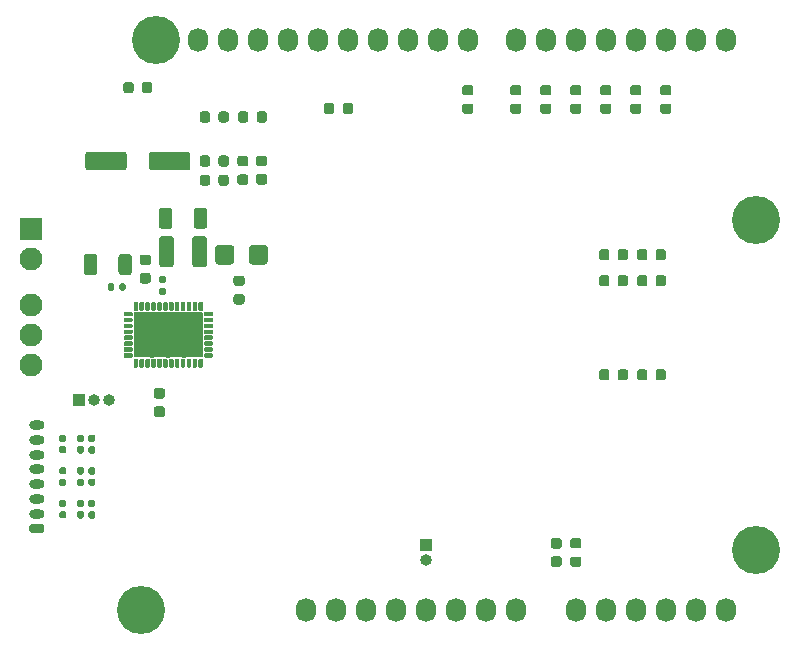
<source format=gbr>
%TF.GenerationSoftware,KiCad,Pcbnew,(5.1.9)-1*%
%TF.CreationDate,2021-05-13T12:35:03+02:00*%
%TF.ProjectId,Driverino-Shield,44726976-6572-4696-9e6f-2d536869656c,rev?*%
%TF.SameCoordinates,Original*%
%TF.FileFunction,Soldermask,Top*%
%TF.FilePolarity,Negative*%
%FSLAX46Y46*%
G04 Gerber Fmt 4.6, Leading zero omitted, Abs format (unit mm)*
G04 Created by KiCad (PCBNEW (5.1.9)-1) date 2021-05-13 12:35:03*
%MOMM*%
%LPD*%
G01*
G04 APERTURE LIST*
%ADD10C,0.740000*%
%ADD11O,1.000000X1.000000*%
%ADD12R,1.000000X1.000000*%
%ADD13C,4.064000*%
%ADD14O,1.727200X2.032000*%
%ADD15R,1.950000X1.950000*%
%ADD16C,1.950000*%
%ADD17O,1.300000X0.800000*%
G04 APERTURE END LIST*
%TO.C,F1*%
G36*
G01*
X132873000Y-93212000D02*
X132873000Y-94362000D01*
G75*
G02*
X132623000Y-94612000I-250000J0D01*
G01*
X131523000Y-94612000D01*
G75*
G02*
X131273000Y-94362000I0J250000D01*
G01*
X131273000Y-93212000D01*
G75*
G02*
X131523000Y-92962000I250000J0D01*
G01*
X132623000Y-92962000D01*
G75*
G02*
X132873000Y-93212000I0J-250000D01*
G01*
G37*
G36*
G01*
X135723000Y-93212000D02*
X135723000Y-94362000D01*
G75*
G02*
X135473000Y-94612000I-250000J0D01*
G01*
X134373000Y-94612000D01*
G75*
G02*
X134123000Y-94362000I0J250000D01*
G01*
X134123000Y-93212000D01*
G75*
G02*
X134373000Y-92962000I250000J0D01*
G01*
X135473000Y-92962000D01*
G75*
G02*
X135723000Y-93212000I0J-250000D01*
G01*
G37*
%TD*%
%TO.C,R23*%
G36*
G01*
X120537500Y-115988500D02*
X120537500Y-115643500D01*
G75*
G02*
X120685000Y-115496000I147500J0D01*
G01*
X120980000Y-115496000D01*
G75*
G02*
X121127500Y-115643500I0J-147500D01*
G01*
X121127500Y-115988500D01*
G75*
G02*
X120980000Y-116136000I-147500J0D01*
G01*
X120685000Y-116136000D01*
G75*
G02*
X120537500Y-115988500I0J147500D01*
G01*
G37*
G36*
G01*
X119567500Y-115988500D02*
X119567500Y-115643500D01*
G75*
G02*
X119715000Y-115496000I147500J0D01*
G01*
X120010000Y-115496000D01*
G75*
G02*
X120157500Y-115643500I0J-147500D01*
G01*
X120157500Y-115988500D01*
G75*
G02*
X120010000Y-116136000I-147500J0D01*
G01*
X119715000Y-116136000D01*
G75*
G02*
X119567500Y-115988500I0J147500D01*
G01*
G37*
%TD*%
%TO.C,R22*%
G36*
G01*
X120537500Y-115018500D02*
X120537500Y-114673500D01*
G75*
G02*
X120685000Y-114526000I147500J0D01*
G01*
X120980000Y-114526000D01*
G75*
G02*
X121127500Y-114673500I0J-147500D01*
G01*
X121127500Y-115018500D01*
G75*
G02*
X120980000Y-115166000I-147500J0D01*
G01*
X120685000Y-115166000D01*
G75*
G02*
X120537500Y-115018500I0J147500D01*
G01*
G37*
G36*
G01*
X119567500Y-115018500D02*
X119567500Y-114673500D01*
G75*
G02*
X119715000Y-114526000I147500J0D01*
G01*
X120010000Y-114526000D01*
G75*
G02*
X120157500Y-114673500I0J-147500D01*
G01*
X120157500Y-115018500D01*
G75*
G02*
X120010000Y-115166000I-147500J0D01*
G01*
X119715000Y-115166000D01*
G75*
G02*
X119567500Y-115018500I0J147500D01*
G01*
G37*
%TD*%
%TO.C,U1*%
G36*
G01*
X129853000Y-98457000D02*
X129853000Y-97873000D01*
G75*
G02*
X129931000Y-97795000I78000J0D01*
G01*
X130165000Y-97795000D01*
G75*
G02*
X130243000Y-97873000I0J-78000D01*
G01*
X130243000Y-98457000D01*
G75*
G02*
X130165000Y-98535000I-78000J0D01*
G01*
X129931000Y-98535000D01*
G75*
G02*
X129853000Y-98457000I0J78000D01*
G01*
G37*
G36*
G01*
X129353000Y-98457000D02*
X129353000Y-97873000D01*
G75*
G02*
X129431000Y-97795000I78000J0D01*
G01*
X129665000Y-97795000D01*
G75*
G02*
X129743000Y-97873000I0J-78000D01*
G01*
X129743000Y-98457000D01*
G75*
G02*
X129665000Y-98535000I-78000J0D01*
G01*
X129431000Y-98535000D01*
G75*
G02*
X129353000Y-98457000I0J78000D01*
G01*
G37*
G36*
G01*
X128853000Y-98457000D02*
X128853000Y-97873000D01*
G75*
G02*
X128931000Y-97795000I78000J0D01*
G01*
X129165000Y-97795000D01*
G75*
G02*
X129243000Y-97873000I0J-78000D01*
G01*
X129243000Y-98457000D01*
G75*
G02*
X129165000Y-98535000I-78000J0D01*
G01*
X128931000Y-98535000D01*
G75*
G02*
X128853000Y-98457000I0J78000D01*
G01*
G37*
G36*
G01*
X128353000Y-98457000D02*
X128353000Y-97873000D01*
G75*
G02*
X128431000Y-97795000I78000J0D01*
G01*
X128665000Y-97795000D01*
G75*
G02*
X128743000Y-97873000I0J-78000D01*
G01*
X128743000Y-98457000D01*
G75*
G02*
X128665000Y-98535000I-78000J0D01*
G01*
X128431000Y-98535000D01*
G75*
G02*
X128353000Y-98457000I0J78000D01*
G01*
G37*
G36*
G01*
X127853000Y-98457000D02*
X127853000Y-97873000D01*
G75*
G02*
X127931000Y-97795000I78000J0D01*
G01*
X128165000Y-97795000D01*
G75*
G02*
X128243000Y-97873000I0J-78000D01*
G01*
X128243000Y-98457000D01*
G75*
G02*
X128165000Y-98535000I-78000J0D01*
G01*
X127931000Y-98535000D01*
G75*
G02*
X127853000Y-98457000I0J78000D01*
G01*
G37*
G36*
G01*
X127353000Y-98457000D02*
X127353000Y-97873000D01*
G75*
G02*
X127431000Y-97795000I78000J0D01*
G01*
X127665000Y-97795000D01*
G75*
G02*
X127743000Y-97873000I0J-78000D01*
G01*
X127743000Y-98457000D01*
G75*
G02*
X127665000Y-98535000I-78000J0D01*
G01*
X127431000Y-98535000D01*
G75*
G02*
X127353000Y-98457000I0J78000D01*
G01*
G37*
G36*
G01*
X126853000Y-98457000D02*
X126853000Y-97873000D01*
G75*
G02*
X126931000Y-97795000I78000J0D01*
G01*
X127165000Y-97795000D01*
G75*
G02*
X127243000Y-97873000I0J-78000D01*
G01*
X127243000Y-98457000D01*
G75*
G02*
X127165000Y-98535000I-78000J0D01*
G01*
X126931000Y-98535000D01*
G75*
G02*
X126853000Y-98457000I0J78000D01*
G01*
G37*
G36*
G01*
X126353000Y-98457000D02*
X126353000Y-97873000D01*
G75*
G02*
X126431000Y-97795000I78000J0D01*
G01*
X126665000Y-97795000D01*
G75*
G02*
X126743000Y-97873000I0J-78000D01*
G01*
X126743000Y-98457000D01*
G75*
G02*
X126665000Y-98535000I-78000J0D01*
G01*
X126431000Y-98535000D01*
G75*
G02*
X126353000Y-98457000I0J78000D01*
G01*
G37*
G36*
G01*
X125853000Y-98457000D02*
X125853000Y-97873000D01*
G75*
G02*
X125931000Y-97795000I78000J0D01*
G01*
X126165000Y-97795000D01*
G75*
G02*
X126243000Y-97873000I0J-78000D01*
G01*
X126243000Y-98457000D01*
G75*
G02*
X126165000Y-98535000I-78000J0D01*
G01*
X125931000Y-98535000D01*
G75*
G02*
X125853000Y-98457000I0J78000D01*
G01*
G37*
G36*
G01*
X125353000Y-98457000D02*
X125353000Y-97873000D01*
G75*
G02*
X125431000Y-97795000I78000J0D01*
G01*
X125665000Y-97795000D01*
G75*
G02*
X125743000Y-97873000I0J-78000D01*
G01*
X125743000Y-98457000D01*
G75*
G02*
X125665000Y-98535000I-78000J0D01*
G01*
X125431000Y-98535000D01*
G75*
G02*
X125353000Y-98457000I0J78000D01*
G01*
G37*
G36*
G01*
X124853000Y-98457000D02*
X124853000Y-97873000D01*
G75*
G02*
X124931000Y-97795000I78000J0D01*
G01*
X125165000Y-97795000D01*
G75*
G02*
X125243000Y-97873000I0J-78000D01*
G01*
X125243000Y-98457000D01*
G75*
G02*
X125165000Y-98535000I-78000J0D01*
G01*
X124931000Y-98535000D01*
G75*
G02*
X124853000Y-98457000I0J78000D01*
G01*
G37*
G36*
G01*
X124353000Y-98457000D02*
X124353000Y-97873000D01*
G75*
G02*
X124431000Y-97795000I78000J0D01*
G01*
X124665000Y-97795000D01*
G75*
G02*
X124743000Y-97873000I0J-78000D01*
G01*
X124743000Y-98457000D01*
G75*
G02*
X124665000Y-98535000I-78000J0D01*
G01*
X124431000Y-98535000D01*
G75*
G02*
X124353000Y-98457000I0J78000D01*
G01*
G37*
G36*
G01*
X124190000Y-99010000D02*
X123606000Y-99010000D01*
G75*
G02*
X123528000Y-98932000I0J78000D01*
G01*
X123528000Y-98698000D01*
G75*
G02*
X123606000Y-98620000I78000J0D01*
G01*
X124190000Y-98620000D01*
G75*
G02*
X124268000Y-98698000I0J-78000D01*
G01*
X124268000Y-98932000D01*
G75*
G02*
X124190000Y-99010000I-78000J0D01*
G01*
G37*
G36*
G01*
X124190000Y-99510000D02*
X123606000Y-99510000D01*
G75*
G02*
X123528000Y-99432000I0J78000D01*
G01*
X123528000Y-99198000D01*
G75*
G02*
X123606000Y-99120000I78000J0D01*
G01*
X124190000Y-99120000D01*
G75*
G02*
X124268000Y-99198000I0J-78000D01*
G01*
X124268000Y-99432000D01*
G75*
G02*
X124190000Y-99510000I-78000J0D01*
G01*
G37*
G36*
G01*
X124190000Y-100010000D02*
X123606000Y-100010000D01*
G75*
G02*
X123528000Y-99932000I0J78000D01*
G01*
X123528000Y-99698000D01*
G75*
G02*
X123606000Y-99620000I78000J0D01*
G01*
X124190000Y-99620000D01*
G75*
G02*
X124268000Y-99698000I0J-78000D01*
G01*
X124268000Y-99932000D01*
G75*
G02*
X124190000Y-100010000I-78000J0D01*
G01*
G37*
G36*
G01*
X124190000Y-100510000D02*
X123606000Y-100510000D01*
G75*
G02*
X123528000Y-100432000I0J78000D01*
G01*
X123528000Y-100198000D01*
G75*
G02*
X123606000Y-100120000I78000J0D01*
G01*
X124190000Y-100120000D01*
G75*
G02*
X124268000Y-100198000I0J-78000D01*
G01*
X124268000Y-100432000D01*
G75*
G02*
X124190000Y-100510000I-78000J0D01*
G01*
G37*
G36*
G01*
X124190000Y-101010000D02*
X123606000Y-101010000D01*
G75*
G02*
X123528000Y-100932000I0J78000D01*
G01*
X123528000Y-100698000D01*
G75*
G02*
X123606000Y-100620000I78000J0D01*
G01*
X124190000Y-100620000D01*
G75*
G02*
X124268000Y-100698000I0J-78000D01*
G01*
X124268000Y-100932000D01*
G75*
G02*
X124190000Y-101010000I-78000J0D01*
G01*
G37*
G36*
G01*
X124190000Y-101510000D02*
X123606000Y-101510000D01*
G75*
G02*
X123528000Y-101432000I0J78000D01*
G01*
X123528000Y-101198000D01*
G75*
G02*
X123606000Y-101120000I78000J0D01*
G01*
X124190000Y-101120000D01*
G75*
G02*
X124268000Y-101198000I0J-78000D01*
G01*
X124268000Y-101432000D01*
G75*
G02*
X124190000Y-101510000I-78000J0D01*
G01*
G37*
G36*
G01*
X124190000Y-102010000D02*
X123606000Y-102010000D01*
G75*
G02*
X123528000Y-101932000I0J78000D01*
G01*
X123528000Y-101698000D01*
G75*
G02*
X123606000Y-101620000I78000J0D01*
G01*
X124190000Y-101620000D01*
G75*
G02*
X124268000Y-101698000I0J-78000D01*
G01*
X124268000Y-101932000D01*
G75*
G02*
X124190000Y-102010000I-78000J0D01*
G01*
G37*
G36*
G01*
X124190000Y-102510000D02*
X123606000Y-102510000D01*
G75*
G02*
X123528000Y-102432000I0J78000D01*
G01*
X123528000Y-102198000D01*
G75*
G02*
X123606000Y-102120000I78000J0D01*
G01*
X124190000Y-102120000D01*
G75*
G02*
X124268000Y-102198000I0J-78000D01*
G01*
X124268000Y-102432000D01*
G75*
G02*
X124190000Y-102510000I-78000J0D01*
G01*
G37*
G36*
G01*
X124353000Y-103257000D02*
X124353000Y-102673000D01*
G75*
G02*
X124431000Y-102595000I78000J0D01*
G01*
X124665000Y-102595000D01*
G75*
G02*
X124743000Y-102673000I0J-78000D01*
G01*
X124743000Y-103257000D01*
G75*
G02*
X124665000Y-103335000I-78000J0D01*
G01*
X124431000Y-103335000D01*
G75*
G02*
X124353000Y-103257000I0J78000D01*
G01*
G37*
G36*
G01*
X124853000Y-103257000D02*
X124853000Y-102673000D01*
G75*
G02*
X124931000Y-102595000I78000J0D01*
G01*
X125165000Y-102595000D01*
G75*
G02*
X125243000Y-102673000I0J-78000D01*
G01*
X125243000Y-103257000D01*
G75*
G02*
X125165000Y-103335000I-78000J0D01*
G01*
X124931000Y-103335000D01*
G75*
G02*
X124853000Y-103257000I0J78000D01*
G01*
G37*
G36*
G01*
X125353000Y-103257000D02*
X125353000Y-102673000D01*
G75*
G02*
X125431000Y-102595000I78000J0D01*
G01*
X125665000Y-102595000D01*
G75*
G02*
X125743000Y-102673000I0J-78000D01*
G01*
X125743000Y-103257000D01*
G75*
G02*
X125665000Y-103335000I-78000J0D01*
G01*
X125431000Y-103335000D01*
G75*
G02*
X125353000Y-103257000I0J78000D01*
G01*
G37*
G36*
G01*
X125853000Y-103257000D02*
X125853000Y-102673000D01*
G75*
G02*
X125931000Y-102595000I78000J0D01*
G01*
X126165000Y-102595000D01*
G75*
G02*
X126243000Y-102673000I0J-78000D01*
G01*
X126243000Y-103257000D01*
G75*
G02*
X126165000Y-103335000I-78000J0D01*
G01*
X125931000Y-103335000D01*
G75*
G02*
X125853000Y-103257000I0J78000D01*
G01*
G37*
G36*
G01*
X126353000Y-103257000D02*
X126353000Y-102673000D01*
G75*
G02*
X126431000Y-102595000I78000J0D01*
G01*
X126665000Y-102595000D01*
G75*
G02*
X126743000Y-102673000I0J-78000D01*
G01*
X126743000Y-103257000D01*
G75*
G02*
X126665000Y-103335000I-78000J0D01*
G01*
X126431000Y-103335000D01*
G75*
G02*
X126353000Y-103257000I0J78000D01*
G01*
G37*
G36*
G01*
X126853000Y-103257000D02*
X126853000Y-102673000D01*
G75*
G02*
X126931000Y-102595000I78000J0D01*
G01*
X127165000Y-102595000D01*
G75*
G02*
X127243000Y-102673000I0J-78000D01*
G01*
X127243000Y-103257000D01*
G75*
G02*
X127165000Y-103335000I-78000J0D01*
G01*
X126931000Y-103335000D01*
G75*
G02*
X126853000Y-103257000I0J78000D01*
G01*
G37*
G36*
G01*
X127353000Y-103257000D02*
X127353000Y-102673000D01*
G75*
G02*
X127431000Y-102595000I78000J0D01*
G01*
X127665000Y-102595000D01*
G75*
G02*
X127743000Y-102673000I0J-78000D01*
G01*
X127743000Y-103257000D01*
G75*
G02*
X127665000Y-103335000I-78000J0D01*
G01*
X127431000Y-103335000D01*
G75*
G02*
X127353000Y-103257000I0J78000D01*
G01*
G37*
G36*
G01*
X127853000Y-103257000D02*
X127853000Y-102673000D01*
G75*
G02*
X127931000Y-102595000I78000J0D01*
G01*
X128165000Y-102595000D01*
G75*
G02*
X128243000Y-102673000I0J-78000D01*
G01*
X128243000Y-103257000D01*
G75*
G02*
X128165000Y-103335000I-78000J0D01*
G01*
X127931000Y-103335000D01*
G75*
G02*
X127853000Y-103257000I0J78000D01*
G01*
G37*
G36*
G01*
X128353000Y-103257000D02*
X128353000Y-102673000D01*
G75*
G02*
X128431000Y-102595000I78000J0D01*
G01*
X128665000Y-102595000D01*
G75*
G02*
X128743000Y-102673000I0J-78000D01*
G01*
X128743000Y-103257000D01*
G75*
G02*
X128665000Y-103335000I-78000J0D01*
G01*
X128431000Y-103335000D01*
G75*
G02*
X128353000Y-103257000I0J78000D01*
G01*
G37*
G36*
G01*
X128853000Y-103257000D02*
X128853000Y-102673000D01*
G75*
G02*
X128931000Y-102595000I78000J0D01*
G01*
X129165000Y-102595000D01*
G75*
G02*
X129243000Y-102673000I0J-78000D01*
G01*
X129243000Y-103257000D01*
G75*
G02*
X129165000Y-103335000I-78000J0D01*
G01*
X128931000Y-103335000D01*
G75*
G02*
X128853000Y-103257000I0J78000D01*
G01*
G37*
G36*
G01*
X129353000Y-103257000D02*
X129353000Y-102673000D01*
G75*
G02*
X129431000Y-102595000I78000J0D01*
G01*
X129665000Y-102595000D01*
G75*
G02*
X129743000Y-102673000I0J-78000D01*
G01*
X129743000Y-103257000D01*
G75*
G02*
X129665000Y-103335000I-78000J0D01*
G01*
X129431000Y-103335000D01*
G75*
G02*
X129353000Y-103257000I0J78000D01*
G01*
G37*
G36*
G01*
X129853000Y-103257000D02*
X129853000Y-102673000D01*
G75*
G02*
X129931000Y-102595000I78000J0D01*
G01*
X130165000Y-102595000D01*
G75*
G02*
X130243000Y-102673000I0J-78000D01*
G01*
X130243000Y-103257000D01*
G75*
G02*
X130165000Y-103335000I-78000J0D01*
G01*
X129931000Y-103335000D01*
G75*
G02*
X129853000Y-103257000I0J78000D01*
G01*
G37*
G36*
G01*
X130990000Y-102510000D02*
X130406000Y-102510000D01*
G75*
G02*
X130328000Y-102432000I0J78000D01*
G01*
X130328000Y-102198000D01*
G75*
G02*
X130406000Y-102120000I78000J0D01*
G01*
X130990000Y-102120000D01*
G75*
G02*
X131068000Y-102198000I0J-78000D01*
G01*
X131068000Y-102432000D01*
G75*
G02*
X130990000Y-102510000I-78000J0D01*
G01*
G37*
G36*
G01*
X130990000Y-102010000D02*
X130406000Y-102010000D01*
G75*
G02*
X130328000Y-101932000I0J78000D01*
G01*
X130328000Y-101698000D01*
G75*
G02*
X130406000Y-101620000I78000J0D01*
G01*
X130990000Y-101620000D01*
G75*
G02*
X131068000Y-101698000I0J-78000D01*
G01*
X131068000Y-101932000D01*
G75*
G02*
X130990000Y-102010000I-78000J0D01*
G01*
G37*
G36*
G01*
X130990000Y-101510000D02*
X130406000Y-101510000D01*
G75*
G02*
X130328000Y-101432000I0J78000D01*
G01*
X130328000Y-101198000D01*
G75*
G02*
X130406000Y-101120000I78000J0D01*
G01*
X130990000Y-101120000D01*
G75*
G02*
X131068000Y-101198000I0J-78000D01*
G01*
X131068000Y-101432000D01*
G75*
G02*
X130990000Y-101510000I-78000J0D01*
G01*
G37*
G36*
G01*
X130990000Y-101010000D02*
X130406000Y-101010000D01*
G75*
G02*
X130328000Y-100932000I0J78000D01*
G01*
X130328000Y-100698000D01*
G75*
G02*
X130406000Y-100620000I78000J0D01*
G01*
X130990000Y-100620000D01*
G75*
G02*
X131068000Y-100698000I0J-78000D01*
G01*
X131068000Y-100932000D01*
G75*
G02*
X130990000Y-101010000I-78000J0D01*
G01*
G37*
G36*
G01*
X130990000Y-100510000D02*
X130406000Y-100510000D01*
G75*
G02*
X130328000Y-100432000I0J78000D01*
G01*
X130328000Y-100198000D01*
G75*
G02*
X130406000Y-100120000I78000J0D01*
G01*
X130990000Y-100120000D01*
G75*
G02*
X131068000Y-100198000I0J-78000D01*
G01*
X131068000Y-100432000D01*
G75*
G02*
X130990000Y-100510000I-78000J0D01*
G01*
G37*
G36*
G01*
X130990000Y-100010000D02*
X130406000Y-100010000D01*
G75*
G02*
X130328000Y-99932000I0J78000D01*
G01*
X130328000Y-99698000D01*
G75*
G02*
X130406000Y-99620000I78000J0D01*
G01*
X130990000Y-99620000D01*
G75*
G02*
X131068000Y-99698000I0J-78000D01*
G01*
X131068000Y-99932000D01*
G75*
G02*
X130990000Y-100010000I-78000J0D01*
G01*
G37*
G36*
G01*
X130990000Y-99510000D02*
X130406000Y-99510000D01*
G75*
G02*
X130328000Y-99432000I0J78000D01*
G01*
X130328000Y-99198000D01*
G75*
G02*
X130406000Y-99120000I78000J0D01*
G01*
X130990000Y-99120000D01*
G75*
G02*
X131068000Y-99198000I0J-78000D01*
G01*
X131068000Y-99432000D01*
G75*
G02*
X130990000Y-99510000I-78000J0D01*
G01*
G37*
G36*
G01*
X130990000Y-99010000D02*
X130406000Y-99010000D01*
G75*
G02*
X130328000Y-98932000I0J78000D01*
G01*
X130328000Y-98698000D01*
G75*
G02*
X130406000Y-98620000I78000J0D01*
G01*
X130990000Y-98620000D01*
G75*
G02*
X131068000Y-98698000I0J-78000D01*
G01*
X131068000Y-98932000D01*
G75*
G02*
X130990000Y-99010000I-78000J0D01*
G01*
G37*
G36*
G01*
X124448000Y-98645000D02*
X130148000Y-98645000D01*
G75*
G02*
X130218000Y-98715000I0J-70000D01*
G01*
X130218000Y-102415000D01*
G75*
G02*
X130148000Y-102485000I-70000J0D01*
G01*
X124448000Y-102485000D01*
G75*
G02*
X124378000Y-102415000I0J70000D01*
G01*
X124378000Y-98715000D01*
G75*
G02*
X124448000Y-98645000I70000J0D01*
G01*
G37*
D10*
X127298000Y-101190000D03*
X127298000Y-99940000D03*
X127298000Y-98965000D03*
X127298000Y-102165000D03*
X128648000Y-101190000D03*
X128648000Y-99940000D03*
X128648000Y-98965000D03*
X128648000Y-102165000D03*
X129898000Y-101190000D03*
X129898000Y-99940000D03*
X125948000Y-101190000D03*
X125948000Y-99940000D03*
X125948000Y-98965000D03*
X125948000Y-102165000D03*
X124698000Y-101190000D03*
X124698000Y-99940000D03*
%TD*%
D11*
%TO.C,JP1*%
X122268000Y-106045000D03*
X120998000Y-106045000D03*
D12*
X119728000Y-106045000D03*
%TD*%
%TO.C,C3*%
G36*
G01*
X123074000Y-95265001D02*
X123074000Y-93964999D01*
G75*
G02*
X123323999Y-93715000I249999J0D01*
G01*
X123974001Y-93715000D01*
G75*
G02*
X124224000Y-93964999I0J-249999D01*
G01*
X124224000Y-95265001D01*
G75*
G02*
X123974001Y-95515000I-249999J0D01*
G01*
X123323999Y-95515000D01*
G75*
G02*
X123074000Y-95265001I0J249999D01*
G01*
G37*
G36*
G01*
X120124000Y-95265001D02*
X120124000Y-93964999D01*
G75*
G02*
X120373999Y-93715000I249999J0D01*
G01*
X121024001Y-93715000D01*
G75*
G02*
X121274000Y-93964999I0J-249999D01*
G01*
X121274000Y-95265001D01*
G75*
G02*
X121024001Y-95515000I-249999J0D01*
G01*
X120373999Y-95515000D01*
G75*
G02*
X120124000Y-95265001I0J249999D01*
G01*
G37*
%TD*%
%TO.C,C4*%
G36*
G01*
X123136000Y-96690000D02*
X123136000Y-96350000D01*
G75*
G02*
X123276000Y-96210000I140000J0D01*
G01*
X123556000Y-96210000D01*
G75*
G02*
X123696000Y-96350000I0J-140000D01*
G01*
X123696000Y-96690000D01*
G75*
G02*
X123556000Y-96830000I-140000J0D01*
G01*
X123276000Y-96830000D01*
G75*
G02*
X123136000Y-96690000I0J140000D01*
G01*
G37*
G36*
G01*
X122176000Y-96690000D02*
X122176000Y-96350000D01*
G75*
G02*
X122316000Y-96210000I140000J0D01*
G01*
X122596000Y-96210000D01*
G75*
G02*
X122736000Y-96350000I0J-140000D01*
G01*
X122736000Y-96690000D01*
G75*
G02*
X122596000Y-96830000I-140000J0D01*
G01*
X122316000Y-96830000D01*
G75*
G02*
X122176000Y-96690000I0J140000D01*
G01*
G37*
%TD*%
D13*
%TO.C,P5*%
X124968000Y-123825000D03*
%TD*%
%TO.C,P7*%
X126238000Y-75565000D03*
%TD*%
%TO.C,P8*%
X177038000Y-90805000D03*
%TD*%
D14*
%TO.C,P3*%
X129794000Y-75565000D03*
X132334000Y-75565000D03*
X134874000Y-75565000D03*
X137414000Y-75565000D03*
X139954000Y-75565000D03*
X142494000Y-75565000D03*
X145034000Y-75565000D03*
X147574000Y-75565000D03*
X150114000Y-75565000D03*
X152654000Y-75565000D03*
%TD*%
D13*
%TO.C,P6*%
X177038000Y-118745000D03*
%TD*%
D14*
%TO.C,P1*%
X138938000Y-123825000D03*
X141478000Y-123825000D03*
X144018000Y-123825000D03*
X146558000Y-123825000D03*
X149098000Y-123825000D03*
X151638000Y-123825000D03*
X154178000Y-123825000D03*
X156718000Y-123825000D03*
%TD*%
%TO.C,P2*%
X161798000Y-123825000D03*
X164338000Y-123825000D03*
X166878000Y-123825000D03*
X169418000Y-123825000D03*
X171958000Y-123825000D03*
X174498000Y-123825000D03*
%TD*%
%TO.C,P4*%
X156718000Y-75565000D03*
X159258000Y-75565000D03*
X161798000Y-75565000D03*
X164338000Y-75565000D03*
X166878000Y-75565000D03*
X169418000Y-75565000D03*
X171958000Y-75565000D03*
X174498000Y-75565000D03*
%TD*%
%TO.C,C6*%
G36*
G01*
X126982000Y-96203000D02*
X126637000Y-96203000D01*
G75*
G02*
X126489500Y-96055500I0J147500D01*
G01*
X126489500Y-95760500D01*
G75*
G02*
X126637000Y-95613000I147500J0D01*
G01*
X126982000Y-95613000D01*
G75*
G02*
X127129500Y-95760500I0J-147500D01*
G01*
X127129500Y-96055500D01*
G75*
G02*
X126982000Y-96203000I-147500J0D01*
G01*
G37*
G36*
G01*
X126982000Y-97173000D02*
X126637000Y-97173000D01*
G75*
G02*
X126489500Y-97025500I0J147500D01*
G01*
X126489500Y-96730500D01*
G75*
G02*
X126637000Y-96583000I147500J0D01*
G01*
X126982000Y-96583000D01*
G75*
G02*
X127129500Y-96730500I0J-147500D01*
G01*
X127129500Y-97025500D01*
G75*
G02*
X126982000Y-97173000I-147500J0D01*
G01*
G37*
%TD*%
%TO.C,C12*%
G36*
G01*
X118520000Y-115141000D02*
X118175000Y-115141000D01*
G75*
G02*
X118027500Y-114993500I0J147500D01*
G01*
X118027500Y-114698500D01*
G75*
G02*
X118175000Y-114551000I147500J0D01*
G01*
X118520000Y-114551000D01*
G75*
G02*
X118667500Y-114698500I0J-147500D01*
G01*
X118667500Y-114993500D01*
G75*
G02*
X118520000Y-115141000I-147500J0D01*
G01*
G37*
G36*
G01*
X118520000Y-116111000D02*
X118175000Y-116111000D01*
G75*
G02*
X118027500Y-115963500I0J147500D01*
G01*
X118027500Y-115668500D01*
G75*
G02*
X118175000Y-115521000I147500J0D01*
G01*
X118520000Y-115521000D01*
G75*
G02*
X118667500Y-115668500I0J-147500D01*
G01*
X118667500Y-115963500D01*
G75*
G02*
X118520000Y-116111000I-147500J0D01*
G01*
G37*
%TD*%
%TO.C,R21*%
G36*
G01*
X120537500Y-113234500D02*
X120537500Y-112889500D01*
G75*
G02*
X120685000Y-112742000I147500J0D01*
G01*
X120980000Y-112742000D01*
G75*
G02*
X121127500Y-112889500I0J-147500D01*
G01*
X121127500Y-113234500D01*
G75*
G02*
X120980000Y-113382000I-147500J0D01*
G01*
X120685000Y-113382000D01*
G75*
G02*
X120537500Y-113234500I0J147500D01*
G01*
G37*
G36*
G01*
X119567500Y-113234500D02*
X119567500Y-112889500D01*
G75*
G02*
X119715000Y-112742000I147500J0D01*
G01*
X120010000Y-112742000D01*
G75*
G02*
X120157500Y-112889500I0J-147500D01*
G01*
X120157500Y-113234500D01*
G75*
G02*
X120010000Y-113382000I-147500J0D01*
G01*
X119715000Y-113382000D01*
G75*
G02*
X119567500Y-113234500I0J147500D01*
G01*
G37*
%TD*%
%TO.C,R20*%
G36*
G01*
X120537500Y-112264500D02*
X120537500Y-111919500D01*
G75*
G02*
X120685000Y-111772000I147500J0D01*
G01*
X120980000Y-111772000D01*
G75*
G02*
X121127500Y-111919500I0J-147500D01*
G01*
X121127500Y-112264500D01*
G75*
G02*
X120980000Y-112412000I-147500J0D01*
G01*
X120685000Y-112412000D01*
G75*
G02*
X120537500Y-112264500I0J147500D01*
G01*
G37*
G36*
G01*
X119567500Y-112264500D02*
X119567500Y-111919500D01*
G75*
G02*
X119715000Y-111772000I147500J0D01*
G01*
X120010000Y-111772000D01*
G75*
G02*
X120157500Y-111919500I0J-147500D01*
G01*
X120157500Y-112264500D01*
G75*
G02*
X120010000Y-112412000I-147500J0D01*
G01*
X119715000Y-112412000D01*
G75*
G02*
X119567500Y-112264500I0J147500D01*
G01*
G37*
%TD*%
%TO.C,C11*%
G36*
G01*
X118520000Y-112387000D02*
X118175000Y-112387000D01*
G75*
G02*
X118027500Y-112239500I0J147500D01*
G01*
X118027500Y-111944500D01*
G75*
G02*
X118175000Y-111797000I147500J0D01*
G01*
X118520000Y-111797000D01*
G75*
G02*
X118667500Y-111944500I0J-147500D01*
G01*
X118667500Y-112239500D01*
G75*
G02*
X118520000Y-112387000I-147500J0D01*
G01*
G37*
G36*
G01*
X118520000Y-113357000D02*
X118175000Y-113357000D01*
G75*
G02*
X118027500Y-113209500I0J147500D01*
G01*
X118027500Y-112914500D01*
G75*
G02*
X118175000Y-112767000I147500J0D01*
G01*
X118520000Y-112767000D01*
G75*
G02*
X118667500Y-112914500I0J-147500D01*
G01*
X118667500Y-113209500D01*
G75*
G02*
X118520000Y-113357000I-147500J0D01*
G01*
G37*
%TD*%
%TO.C,R18*%
G36*
G01*
X120537500Y-109510500D02*
X120537500Y-109165500D01*
G75*
G02*
X120685000Y-109018000I147500J0D01*
G01*
X120980000Y-109018000D01*
G75*
G02*
X121127500Y-109165500I0J-147500D01*
G01*
X121127500Y-109510500D01*
G75*
G02*
X120980000Y-109658000I-147500J0D01*
G01*
X120685000Y-109658000D01*
G75*
G02*
X120537500Y-109510500I0J147500D01*
G01*
G37*
G36*
G01*
X119567500Y-109510500D02*
X119567500Y-109165500D01*
G75*
G02*
X119715000Y-109018000I147500J0D01*
G01*
X120010000Y-109018000D01*
G75*
G02*
X120157500Y-109165500I0J-147500D01*
G01*
X120157500Y-109510500D01*
G75*
G02*
X120010000Y-109658000I-147500J0D01*
G01*
X119715000Y-109658000D01*
G75*
G02*
X119567500Y-109510500I0J147500D01*
G01*
G37*
%TD*%
%TO.C,R19*%
G36*
G01*
X120537500Y-110480500D02*
X120537500Y-110135500D01*
G75*
G02*
X120685000Y-109988000I147500J0D01*
G01*
X120980000Y-109988000D01*
G75*
G02*
X121127500Y-110135500I0J-147500D01*
G01*
X121127500Y-110480500D01*
G75*
G02*
X120980000Y-110628000I-147500J0D01*
G01*
X120685000Y-110628000D01*
G75*
G02*
X120537500Y-110480500I0J147500D01*
G01*
G37*
G36*
G01*
X119567500Y-110480500D02*
X119567500Y-110135500D01*
G75*
G02*
X119715000Y-109988000I147500J0D01*
G01*
X120010000Y-109988000D01*
G75*
G02*
X120157500Y-110135500I0J-147500D01*
G01*
X120157500Y-110480500D01*
G75*
G02*
X120010000Y-110628000I-147500J0D01*
G01*
X119715000Y-110628000D01*
G75*
G02*
X119567500Y-110480500I0J147500D01*
G01*
G37*
%TD*%
%TO.C,C10*%
G36*
G01*
X118520000Y-109633000D02*
X118175000Y-109633000D01*
G75*
G02*
X118027500Y-109485500I0J147500D01*
G01*
X118027500Y-109190500D01*
G75*
G02*
X118175000Y-109043000I147500J0D01*
G01*
X118520000Y-109043000D01*
G75*
G02*
X118667500Y-109190500I0J-147500D01*
G01*
X118667500Y-109485500D01*
G75*
G02*
X118520000Y-109633000I-147500J0D01*
G01*
G37*
G36*
G01*
X118520000Y-110603000D02*
X118175000Y-110603000D01*
G75*
G02*
X118027500Y-110455500I0J147500D01*
G01*
X118027500Y-110160500D01*
G75*
G02*
X118175000Y-110013000I147500J0D01*
G01*
X118520000Y-110013000D01*
G75*
G02*
X118667500Y-110160500I0J-147500D01*
G01*
X118667500Y-110455500D01*
G75*
G02*
X118520000Y-110603000I-147500J0D01*
G01*
G37*
%TD*%
%TO.C,C1*%
G36*
G01*
X129449400Y-91353401D02*
X129449400Y-90053399D01*
G75*
G02*
X129699399Y-89803400I249999J0D01*
G01*
X130349401Y-89803400D01*
G75*
G02*
X130599400Y-90053399I0J-249999D01*
G01*
X130599400Y-91353401D01*
G75*
G02*
X130349401Y-91603400I-249999J0D01*
G01*
X129699399Y-91603400D01*
G75*
G02*
X129449400Y-91353401I0J249999D01*
G01*
G37*
G36*
G01*
X126499400Y-91353850D02*
X126499400Y-90052950D01*
G75*
G02*
X126748950Y-89803400I249550J0D01*
G01*
X127399850Y-89803400D01*
G75*
G02*
X127649400Y-90052950I0J-249550D01*
G01*
X127649400Y-91353850D01*
G75*
G02*
X127399850Y-91603400I-249550J0D01*
G01*
X126748950Y-91603400D01*
G75*
G02*
X126499400Y-91353850I0J249550D01*
G01*
G37*
%TD*%
%TO.C,C2*%
G36*
G01*
X123764000Y-85302000D02*
X123764000Y-86402000D01*
G75*
G02*
X123514000Y-86652000I-250000J0D01*
G01*
X120514000Y-86652000D01*
G75*
G02*
X120264000Y-86402000I0J250000D01*
G01*
X120264000Y-85302000D01*
G75*
G02*
X120514000Y-85052000I250000J0D01*
G01*
X123514000Y-85052000D01*
G75*
G02*
X123764000Y-85302000I0J-250000D01*
G01*
G37*
G36*
G01*
X129164000Y-85302000D02*
X129164000Y-86402000D01*
G75*
G02*
X128914000Y-86652000I-250000J0D01*
G01*
X125914000Y-86652000D01*
G75*
G02*
X125664000Y-86402000I0J250000D01*
G01*
X125664000Y-85302000D01*
G75*
G02*
X125914000Y-85052000I250000J0D01*
G01*
X128914000Y-85052000D01*
G75*
G02*
X129164000Y-85302000I0J-250000D01*
G01*
G37*
%TD*%
%TO.C,C5*%
G36*
G01*
X125599000Y-96221000D02*
X125099000Y-96221000D01*
G75*
G02*
X124874000Y-95996000I0J225000D01*
G01*
X124874000Y-95546000D01*
G75*
G02*
X125099000Y-95321000I225000J0D01*
G01*
X125599000Y-95321000D01*
G75*
G02*
X125824000Y-95546000I0J-225000D01*
G01*
X125824000Y-95996000D01*
G75*
G02*
X125599000Y-96221000I-225000J0D01*
G01*
G37*
G36*
G01*
X125599000Y-94671000D02*
X125099000Y-94671000D01*
G75*
G02*
X124874000Y-94446000I0J225000D01*
G01*
X124874000Y-93996000D01*
G75*
G02*
X125099000Y-93771000I225000J0D01*
G01*
X125599000Y-93771000D01*
G75*
G02*
X125824000Y-93996000I0J-225000D01*
G01*
X125824000Y-94446000D01*
G75*
G02*
X125599000Y-94671000I-225000J0D01*
G01*
G37*
%TD*%
%TO.C,C7*%
G36*
G01*
X126298000Y-106624000D02*
X126798000Y-106624000D01*
G75*
G02*
X127023000Y-106849000I0J-225000D01*
G01*
X127023000Y-107299000D01*
G75*
G02*
X126798000Y-107524000I-225000J0D01*
G01*
X126298000Y-107524000D01*
G75*
G02*
X126073000Y-107299000I0J225000D01*
G01*
X126073000Y-106849000D01*
G75*
G02*
X126298000Y-106624000I225000J0D01*
G01*
G37*
G36*
G01*
X126298000Y-105074000D02*
X126798000Y-105074000D01*
G75*
G02*
X127023000Y-105299000I0J-225000D01*
G01*
X127023000Y-105749000D01*
G75*
G02*
X126798000Y-105974000I-225000J0D01*
G01*
X126298000Y-105974000D01*
G75*
G02*
X126073000Y-105749000I0J225000D01*
G01*
X126073000Y-105299000D01*
G75*
G02*
X126298000Y-105074000I225000J0D01*
G01*
G37*
%TD*%
%TO.C,C8*%
G36*
G01*
X135441500Y-87852000D02*
X134941500Y-87852000D01*
G75*
G02*
X134716500Y-87627000I0J225000D01*
G01*
X134716500Y-87177000D01*
G75*
G02*
X134941500Y-86952000I225000J0D01*
G01*
X135441500Y-86952000D01*
G75*
G02*
X135666500Y-87177000I0J-225000D01*
G01*
X135666500Y-87627000D01*
G75*
G02*
X135441500Y-87852000I-225000J0D01*
G01*
G37*
G36*
G01*
X135441500Y-86302000D02*
X134941500Y-86302000D01*
G75*
G02*
X134716500Y-86077000I0J225000D01*
G01*
X134716500Y-85627000D01*
G75*
G02*
X134941500Y-85402000I225000J0D01*
G01*
X135441500Y-85402000D01*
G75*
G02*
X135666500Y-85627000I0J-225000D01*
G01*
X135666500Y-86077000D01*
G75*
G02*
X135441500Y-86302000I-225000J0D01*
G01*
G37*
%TD*%
%TO.C,C9*%
G36*
G01*
X160397000Y-120224000D02*
X159897000Y-120224000D01*
G75*
G02*
X159672000Y-119999000I0J225000D01*
G01*
X159672000Y-119549000D01*
G75*
G02*
X159897000Y-119324000I225000J0D01*
G01*
X160397000Y-119324000D01*
G75*
G02*
X160622000Y-119549000I0J-225000D01*
G01*
X160622000Y-119999000D01*
G75*
G02*
X160397000Y-120224000I-225000J0D01*
G01*
G37*
G36*
G01*
X160397000Y-118674000D02*
X159897000Y-118674000D01*
G75*
G02*
X159672000Y-118449000I0J225000D01*
G01*
X159672000Y-117999000D01*
G75*
G02*
X159897000Y-117774000I225000J0D01*
G01*
X160397000Y-117774000D01*
G75*
G02*
X160622000Y-117999000I0J-225000D01*
G01*
X160622000Y-118449000D01*
G75*
G02*
X160397000Y-118674000I-225000J0D01*
G01*
G37*
%TD*%
%TO.C,D1*%
G36*
G01*
X169436500Y-95730250D02*
X169436500Y-96242750D01*
G75*
G02*
X169217750Y-96461500I-218750J0D01*
G01*
X168780250Y-96461500D01*
G75*
G02*
X168561500Y-96242750I0J218750D01*
G01*
X168561500Y-95730250D01*
G75*
G02*
X168780250Y-95511500I218750J0D01*
G01*
X169217750Y-95511500D01*
G75*
G02*
X169436500Y-95730250I0J-218750D01*
G01*
G37*
G36*
G01*
X167861500Y-95730250D02*
X167861500Y-96242750D01*
G75*
G02*
X167642750Y-96461500I-218750J0D01*
G01*
X167205250Y-96461500D01*
G75*
G02*
X166986500Y-96242750I0J218750D01*
G01*
X166986500Y-95730250D01*
G75*
G02*
X167205250Y-95511500I218750J0D01*
G01*
X167642750Y-95511500D01*
G75*
G02*
X167861500Y-95730250I0J-218750D01*
G01*
G37*
%TD*%
%TO.C,D2*%
G36*
G01*
X167854000Y-93530750D02*
X167854000Y-94043250D01*
G75*
G02*
X167635250Y-94262000I-218750J0D01*
G01*
X167197750Y-94262000D01*
G75*
G02*
X166979000Y-94043250I0J218750D01*
G01*
X166979000Y-93530750D01*
G75*
G02*
X167197750Y-93312000I218750J0D01*
G01*
X167635250Y-93312000D01*
G75*
G02*
X167854000Y-93530750I0J-218750D01*
G01*
G37*
G36*
G01*
X169429000Y-93530750D02*
X169429000Y-94043250D01*
G75*
G02*
X169210250Y-94262000I-218750J0D01*
G01*
X168772750Y-94262000D01*
G75*
G02*
X168554000Y-94043250I0J218750D01*
G01*
X168554000Y-93530750D01*
G75*
G02*
X168772750Y-93312000I218750J0D01*
G01*
X169210250Y-93312000D01*
G75*
G02*
X169429000Y-93530750I0J-218750D01*
G01*
G37*
%TD*%
%TO.C,D3*%
G36*
G01*
X134072000Y-81868250D02*
X134072000Y-82380750D01*
G75*
G02*
X133853250Y-82599500I-218750J0D01*
G01*
X133415750Y-82599500D01*
G75*
G02*
X133197000Y-82380750I0J218750D01*
G01*
X133197000Y-81868250D01*
G75*
G02*
X133415750Y-81649500I218750J0D01*
G01*
X133853250Y-81649500D01*
G75*
G02*
X134072000Y-81868250I0J-218750D01*
G01*
G37*
G36*
G01*
X135647000Y-81868250D02*
X135647000Y-82380750D01*
G75*
G02*
X135428250Y-82599500I-218750J0D01*
G01*
X134990750Y-82599500D01*
G75*
G02*
X134772000Y-82380750I0J218750D01*
G01*
X134772000Y-81868250D01*
G75*
G02*
X134990750Y-81649500I218750J0D01*
G01*
X135428250Y-81649500D01*
G75*
G02*
X135647000Y-81868250I0J-218750D01*
G01*
G37*
%TD*%
%TO.C,D4*%
G36*
G01*
X169429000Y-103693250D02*
X169429000Y-104205750D01*
G75*
G02*
X169210250Y-104424500I-218750J0D01*
G01*
X168772750Y-104424500D01*
G75*
G02*
X168554000Y-104205750I0J218750D01*
G01*
X168554000Y-103693250D01*
G75*
G02*
X168772750Y-103474500I218750J0D01*
G01*
X169210250Y-103474500D01*
G75*
G02*
X169429000Y-103693250I0J-218750D01*
G01*
G37*
G36*
G01*
X167854000Y-103693250D02*
X167854000Y-104205750D01*
G75*
G02*
X167635250Y-104424500I-218750J0D01*
G01*
X167197750Y-104424500D01*
G75*
G02*
X166979000Y-104205750I0J218750D01*
G01*
X166979000Y-103693250D01*
G75*
G02*
X167197750Y-103474500I218750J0D01*
G01*
X167635250Y-103474500D01*
G75*
G02*
X167854000Y-103693250I0J-218750D01*
G01*
G37*
%TD*%
%TO.C,D5*%
G36*
G01*
X133860250Y-87864500D02*
X133347750Y-87864500D01*
G75*
G02*
X133129000Y-87645750I0J218750D01*
G01*
X133129000Y-87208250D01*
G75*
G02*
X133347750Y-86989500I218750J0D01*
G01*
X133860250Y-86989500D01*
G75*
G02*
X134079000Y-87208250I0J-218750D01*
G01*
X134079000Y-87645750D01*
G75*
G02*
X133860250Y-87864500I-218750J0D01*
G01*
G37*
G36*
G01*
X133860250Y-86289500D02*
X133347750Y-86289500D01*
G75*
G02*
X133129000Y-86070750I0J218750D01*
G01*
X133129000Y-85633250D01*
G75*
G02*
X133347750Y-85414500I218750J0D01*
G01*
X133860250Y-85414500D01*
G75*
G02*
X134079000Y-85633250I0J-218750D01*
G01*
X134079000Y-86070750D01*
G75*
G02*
X133860250Y-86289500I-218750J0D01*
G01*
G37*
%TD*%
%TO.C,L1*%
G36*
G01*
X130573000Y-92458000D02*
X130573000Y-94608000D01*
G75*
G02*
X130323000Y-94858000I-250000J0D01*
G01*
X129573000Y-94858000D01*
G75*
G02*
X129323000Y-94608000I0J250000D01*
G01*
X129323000Y-92458000D01*
G75*
G02*
X129573000Y-92208000I250000J0D01*
G01*
X130323000Y-92208000D01*
G75*
G02*
X130573000Y-92458000I0J-250000D01*
G01*
G37*
G36*
G01*
X127773000Y-92458000D02*
X127773000Y-94608000D01*
G75*
G02*
X127523000Y-94858000I-250000J0D01*
G01*
X126773000Y-94858000D01*
G75*
G02*
X126523000Y-94608000I0J250000D01*
G01*
X126523000Y-92458000D01*
G75*
G02*
X126773000Y-92208000I250000J0D01*
G01*
X127523000Y-92208000D01*
G75*
G02*
X127773000Y-92458000I0J-250000D01*
G01*
G37*
%TD*%
D15*
%TO.C,P9*%
X115633500Y-91565000D03*
D16*
X115633500Y-94105000D03*
%TD*%
%TO.C,P10*%
X115633500Y-98025000D03*
X115633500Y-100565000D03*
X115633500Y-103105000D03*
%TD*%
D17*
%TO.C,P11*%
X116147500Y-108215000D03*
X116147500Y-109465000D03*
X116147500Y-110715000D03*
X116147500Y-111965000D03*
X116147500Y-113215000D03*
X116147500Y-114465000D03*
X116147500Y-115715000D03*
G36*
G01*
X116597500Y-117365000D02*
X115697500Y-117365000D01*
G75*
G02*
X115497500Y-117165000I0J200000D01*
G01*
X115497500Y-116765000D01*
G75*
G02*
X115697500Y-116565000I200000J0D01*
G01*
X116597500Y-116565000D01*
G75*
G02*
X116797500Y-116765000I0J-200000D01*
G01*
X116797500Y-117165000D01*
G75*
G02*
X116597500Y-117365000I-200000J0D01*
G01*
G37*
%TD*%
%TO.C,R1*%
G36*
G01*
X165348000Y-96242750D02*
X165348000Y-95730250D01*
G75*
G02*
X165566750Y-95511500I218750J0D01*
G01*
X166004250Y-95511500D01*
G75*
G02*
X166223000Y-95730250I0J-218750D01*
G01*
X166223000Y-96242750D01*
G75*
G02*
X166004250Y-96461500I-218750J0D01*
G01*
X165566750Y-96461500D01*
G75*
G02*
X165348000Y-96242750I0J218750D01*
G01*
G37*
G36*
G01*
X163773000Y-96242750D02*
X163773000Y-95730250D01*
G75*
G02*
X163991750Y-95511500I218750J0D01*
G01*
X164429250Y-95511500D01*
G75*
G02*
X164648000Y-95730250I0J-218750D01*
G01*
X164648000Y-96242750D01*
G75*
G02*
X164429250Y-96461500I-218750J0D01*
G01*
X163991750Y-96461500D01*
G75*
G02*
X163773000Y-96242750I0J218750D01*
G01*
G37*
%TD*%
%TO.C,R2*%
G36*
G01*
X133030250Y-95549000D02*
X133542750Y-95549000D01*
G75*
G02*
X133761500Y-95767750I0J-218750D01*
G01*
X133761500Y-96205250D01*
G75*
G02*
X133542750Y-96424000I-218750J0D01*
G01*
X133030250Y-96424000D01*
G75*
G02*
X132811500Y-96205250I0J218750D01*
G01*
X132811500Y-95767750D01*
G75*
G02*
X133030250Y-95549000I218750J0D01*
G01*
G37*
G36*
G01*
X133030250Y-97124000D02*
X133542750Y-97124000D01*
G75*
G02*
X133761500Y-97342750I0J-218750D01*
G01*
X133761500Y-97780250D01*
G75*
G02*
X133542750Y-97999000I-218750J0D01*
G01*
X133030250Y-97999000D01*
G75*
G02*
X132811500Y-97780250I0J218750D01*
G01*
X132811500Y-97342750D01*
G75*
G02*
X133030250Y-97124000I218750J0D01*
G01*
G37*
%TD*%
%TO.C,R3*%
G36*
G01*
X163773000Y-94043250D02*
X163773000Y-93530750D01*
G75*
G02*
X163991750Y-93312000I218750J0D01*
G01*
X164429250Y-93312000D01*
G75*
G02*
X164648000Y-93530750I0J-218750D01*
G01*
X164648000Y-94043250D01*
G75*
G02*
X164429250Y-94262000I-218750J0D01*
G01*
X163991750Y-94262000D01*
G75*
G02*
X163773000Y-94043250I0J218750D01*
G01*
G37*
G36*
G01*
X165348000Y-94043250D02*
X165348000Y-93530750D01*
G75*
G02*
X165566750Y-93312000I218750J0D01*
G01*
X166004250Y-93312000D01*
G75*
G02*
X166223000Y-93530750I0J-218750D01*
G01*
X166223000Y-94043250D01*
G75*
G02*
X166004250Y-94262000I-218750J0D01*
G01*
X165566750Y-94262000D01*
G75*
G02*
X165348000Y-94043250I0J218750D01*
G01*
G37*
%TD*%
%TO.C,R4*%
G36*
G01*
X131538000Y-82380750D02*
X131538000Y-81868250D01*
G75*
G02*
X131756750Y-81649500I218750J0D01*
G01*
X132194250Y-81649500D01*
G75*
G02*
X132413000Y-81868250I0J-218750D01*
G01*
X132413000Y-82380750D01*
G75*
G02*
X132194250Y-82599500I-218750J0D01*
G01*
X131756750Y-82599500D01*
G75*
G02*
X131538000Y-82380750I0J218750D01*
G01*
G37*
G36*
G01*
X129963000Y-82380750D02*
X129963000Y-81868250D01*
G75*
G02*
X130181750Y-81649500I218750J0D01*
G01*
X130619250Y-81649500D01*
G75*
G02*
X130838000Y-81868250I0J-218750D01*
G01*
X130838000Y-82380750D01*
G75*
G02*
X130619250Y-82599500I-218750J0D01*
G01*
X130181750Y-82599500D01*
G75*
G02*
X129963000Y-82380750I0J218750D01*
G01*
G37*
%TD*%
%TO.C,R5*%
G36*
G01*
X163773000Y-104205750D02*
X163773000Y-103693250D01*
G75*
G02*
X163991750Y-103474500I218750J0D01*
G01*
X164429250Y-103474500D01*
G75*
G02*
X164648000Y-103693250I0J-218750D01*
G01*
X164648000Y-104205750D01*
G75*
G02*
X164429250Y-104424500I-218750J0D01*
G01*
X163991750Y-104424500D01*
G75*
G02*
X163773000Y-104205750I0J218750D01*
G01*
G37*
G36*
G01*
X165348000Y-104205750D02*
X165348000Y-103693250D01*
G75*
G02*
X165566750Y-103474500I218750J0D01*
G01*
X166004250Y-103474500D01*
G75*
G02*
X166223000Y-103693250I0J-218750D01*
G01*
X166223000Y-104205750D01*
G75*
G02*
X166004250Y-104424500I-218750J0D01*
G01*
X165566750Y-104424500D01*
G75*
G02*
X165348000Y-104205750I0J218750D01*
G01*
G37*
%TD*%
%TO.C,R6*%
G36*
G01*
X140481500Y-81663250D02*
X140481500Y-81150750D01*
G75*
G02*
X140700250Y-80932000I218750J0D01*
G01*
X141137750Y-80932000D01*
G75*
G02*
X141356500Y-81150750I0J-218750D01*
G01*
X141356500Y-81663250D01*
G75*
G02*
X141137750Y-81882000I-218750J0D01*
G01*
X140700250Y-81882000D01*
G75*
G02*
X140481500Y-81663250I0J218750D01*
G01*
G37*
G36*
G01*
X142056500Y-81663250D02*
X142056500Y-81150750D01*
G75*
G02*
X142275250Y-80932000I218750J0D01*
G01*
X142712750Y-80932000D01*
G75*
G02*
X142931500Y-81150750I0J-218750D01*
G01*
X142931500Y-81663250D01*
G75*
G02*
X142712750Y-81882000I-218750J0D01*
G01*
X142275250Y-81882000D01*
G75*
G02*
X142056500Y-81663250I0J218750D01*
G01*
G37*
%TD*%
%TO.C,R7*%
G36*
G01*
X130838000Y-85595750D02*
X130838000Y-86108250D01*
G75*
G02*
X130619250Y-86327000I-218750J0D01*
G01*
X130181750Y-86327000D01*
G75*
G02*
X129963000Y-86108250I0J218750D01*
G01*
X129963000Y-85595750D01*
G75*
G02*
X130181750Y-85377000I218750J0D01*
G01*
X130619250Y-85377000D01*
G75*
G02*
X130838000Y-85595750I0J-218750D01*
G01*
G37*
G36*
G01*
X132413000Y-85595750D02*
X132413000Y-86108250D01*
G75*
G02*
X132194250Y-86327000I-218750J0D01*
G01*
X131756750Y-86327000D01*
G75*
G02*
X131538000Y-86108250I0J218750D01*
G01*
X131538000Y-85595750D01*
G75*
G02*
X131756750Y-85377000I218750J0D01*
G01*
X132194250Y-85377000D01*
G75*
G02*
X132413000Y-85595750I0J-218750D01*
G01*
G37*
%TD*%
%TO.C,R8*%
G36*
G01*
X132416000Y-87221350D02*
X132416000Y-87733850D01*
G75*
G02*
X132197250Y-87952600I-218750J0D01*
G01*
X131759750Y-87952600D01*
G75*
G02*
X131541000Y-87733850I0J218750D01*
G01*
X131541000Y-87221350D01*
G75*
G02*
X131759750Y-87002600I218750J0D01*
G01*
X132197250Y-87002600D01*
G75*
G02*
X132416000Y-87221350I0J-218750D01*
G01*
G37*
G36*
G01*
X130841000Y-87221350D02*
X130841000Y-87733850D01*
G75*
G02*
X130622250Y-87952600I-218750J0D01*
G01*
X130184750Y-87952600D01*
G75*
G02*
X129966000Y-87733850I0J218750D01*
G01*
X129966000Y-87221350D01*
G75*
G02*
X130184750Y-87002600I218750J0D01*
G01*
X130622250Y-87002600D01*
G75*
G02*
X130841000Y-87221350I0J-218750D01*
G01*
G37*
%TD*%
%TO.C,R9*%
G36*
G01*
X164081750Y-79420000D02*
X164594250Y-79420000D01*
G75*
G02*
X164813000Y-79638750I0J-218750D01*
G01*
X164813000Y-80076250D01*
G75*
G02*
X164594250Y-80295000I-218750J0D01*
G01*
X164081750Y-80295000D01*
G75*
G02*
X163863000Y-80076250I0J218750D01*
G01*
X163863000Y-79638750D01*
G75*
G02*
X164081750Y-79420000I218750J0D01*
G01*
G37*
G36*
G01*
X164081750Y-80995000D02*
X164594250Y-80995000D01*
G75*
G02*
X164813000Y-81213750I0J-218750D01*
G01*
X164813000Y-81651250D01*
G75*
G02*
X164594250Y-81870000I-218750J0D01*
G01*
X164081750Y-81870000D01*
G75*
G02*
X163863000Y-81651250I0J218750D01*
G01*
X163863000Y-81213750D01*
G75*
G02*
X164081750Y-80995000I218750J0D01*
G01*
G37*
%TD*%
%TO.C,R10*%
G36*
G01*
X156461750Y-80995000D02*
X156974250Y-80995000D01*
G75*
G02*
X157193000Y-81213750I0J-218750D01*
G01*
X157193000Y-81651250D01*
G75*
G02*
X156974250Y-81870000I-218750J0D01*
G01*
X156461750Y-81870000D01*
G75*
G02*
X156243000Y-81651250I0J218750D01*
G01*
X156243000Y-81213750D01*
G75*
G02*
X156461750Y-80995000I218750J0D01*
G01*
G37*
G36*
G01*
X156461750Y-79420000D02*
X156974250Y-79420000D01*
G75*
G02*
X157193000Y-79638750I0J-218750D01*
G01*
X157193000Y-80076250D01*
G75*
G02*
X156974250Y-80295000I-218750J0D01*
G01*
X156461750Y-80295000D01*
G75*
G02*
X156243000Y-80076250I0J218750D01*
G01*
X156243000Y-79638750D01*
G75*
G02*
X156461750Y-79420000I218750J0D01*
G01*
G37*
%TD*%
%TO.C,R11*%
G36*
G01*
X152397750Y-79420000D02*
X152910250Y-79420000D01*
G75*
G02*
X153129000Y-79638750I0J-218750D01*
G01*
X153129000Y-80076250D01*
G75*
G02*
X152910250Y-80295000I-218750J0D01*
G01*
X152397750Y-80295000D01*
G75*
G02*
X152179000Y-80076250I0J218750D01*
G01*
X152179000Y-79638750D01*
G75*
G02*
X152397750Y-79420000I218750J0D01*
G01*
G37*
G36*
G01*
X152397750Y-80995000D02*
X152910250Y-80995000D01*
G75*
G02*
X153129000Y-81213750I0J-218750D01*
G01*
X153129000Y-81651250D01*
G75*
G02*
X152910250Y-81870000I-218750J0D01*
G01*
X152397750Y-81870000D01*
G75*
G02*
X152179000Y-81651250I0J218750D01*
G01*
X152179000Y-81213750D01*
G75*
G02*
X152397750Y-80995000I218750J0D01*
G01*
G37*
%TD*%
%TO.C,R12*%
G36*
G01*
X159001750Y-80995000D02*
X159514250Y-80995000D01*
G75*
G02*
X159733000Y-81213750I0J-218750D01*
G01*
X159733000Y-81651250D01*
G75*
G02*
X159514250Y-81870000I-218750J0D01*
G01*
X159001750Y-81870000D01*
G75*
G02*
X158783000Y-81651250I0J218750D01*
G01*
X158783000Y-81213750D01*
G75*
G02*
X159001750Y-80995000I218750J0D01*
G01*
G37*
G36*
G01*
X159001750Y-79420000D02*
X159514250Y-79420000D01*
G75*
G02*
X159733000Y-79638750I0J-218750D01*
G01*
X159733000Y-80076250D01*
G75*
G02*
X159514250Y-80295000I-218750J0D01*
G01*
X159001750Y-80295000D01*
G75*
G02*
X158783000Y-80076250I0J218750D01*
G01*
X158783000Y-79638750D01*
G75*
G02*
X159001750Y-79420000I218750J0D01*
G01*
G37*
%TD*%
%TO.C,R13*%
G36*
G01*
X161541750Y-117774000D02*
X162054250Y-117774000D01*
G75*
G02*
X162273000Y-117992750I0J-218750D01*
G01*
X162273000Y-118430250D01*
G75*
G02*
X162054250Y-118649000I-218750J0D01*
G01*
X161541750Y-118649000D01*
G75*
G02*
X161323000Y-118430250I0J218750D01*
G01*
X161323000Y-117992750D01*
G75*
G02*
X161541750Y-117774000I218750J0D01*
G01*
G37*
G36*
G01*
X161541750Y-119349000D02*
X162054250Y-119349000D01*
G75*
G02*
X162273000Y-119567750I0J-218750D01*
G01*
X162273000Y-120005250D01*
G75*
G02*
X162054250Y-120224000I-218750J0D01*
G01*
X161541750Y-120224000D01*
G75*
G02*
X161323000Y-120005250I0J218750D01*
G01*
X161323000Y-119567750D01*
G75*
G02*
X161541750Y-119349000I218750J0D01*
G01*
G37*
%TD*%
%TO.C,R14*%
G36*
G01*
X166621750Y-80995000D02*
X167134250Y-80995000D01*
G75*
G02*
X167353000Y-81213750I0J-218750D01*
G01*
X167353000Y-81651250D01*
G75*
G02*
X167134250Y-81870000I-218750J0D01*
G01*
X166621750Y-81870000D01*
G75*
G02*
X166403000Y-81651250I0J218750D01*
G01*
X166403000Y-81213750D01*
G75*
G02*
X166621750Y-80995000I218750J0D01*
G01*
G37*
G36*
G01*
X166621750Y-79420000D02*
X167134250Y-79420000D01*
G75*
G02*
X167353000Y-79638750I0J-218750D01*
G01*
X167353000Y-80076250D01*
G75*
G02*
X167134250Y-80295000I-218750J0D01*
G01*
X166621750Y-80295000D01*
G75*
G02*
X166403000Y-80076250I0J218750D01*
G01*
X166403000Y-79638750D01*
G75*
G02*
X166621750Y-79420000I218750J0D01*
G01*
G37*
%TD*%
%TO.C,R15*%
G36*
G01*
X169161750Y-80995000D02*
X169674250Y-80995000D01*
G75*
G02*
X169893000Y-81213750I0J-218750D01*
G01*
X169893000Y-81651250D01*
G75*
G02*
X169674250Y-81870000I-218750J0D01*
G01*
X169161750Y-81870000D01*
G75*
G02*
X168943000Y-81651250I0J218750D01*
G01*
X168943000Y-81213750D01*
G75*
G02*
X169161750Y-80995000I218750J0D01*
G01*
G37*
G36*
G01*
X169161750Y-79420000D02*
X169674250Y-79420000D01*
G75*
G02*
X169893000Y-79638750I0J-218750D01*
G01*
X169893000Y-80076250D01*
G75*
G02*
X169674250Y-80295000I-218750J0D01*
G01*
X169161750Y-80295000D01*
G75*
G02*
X168943000Y-80076250I0J218750D01*
G01*
X168943000Y-79638750D01*
G75*
G02*
X169161750Y-79420000I218750J0D01*
G01*
G37*
%TD*%
%TO.C,R16*%
G36*
G01*
X161541750Y-79420000D02*
X162054250Y-79420000D01*
G75*
G02*
X162273000Y-79638750I0J-218750D01*
G01*
X162273000Y-80076250D01*
G75*
G02*
X162054250Y-80295000I-218750J0D01*
G01*
X161541750Y-80295000D01*
G75*
G02*
X161323000Y-80076250I0J218750D01*
G01*
X161323000Y-79638750D01*
G75*
G02*
X161541750Y-79420000I218750J0D01*
G01*
G37*
G36*
G01*
X161541750Y-80995000D02*
X162054250Y-80995000D01*
G75*
G02*
X162273000Y-81213750I0J-218750D01*
G01*
X162273000Y-81651250D01*
G75*
G02*
X162054250Y-81870000I-218750J0D01*
G01*
X161541750Y-81870000D01*
G75*
G02*
X161323000Y-81651250I0J218750D01*
G01*
X161323000Y-81213750D01*
G75*
G02*
X161541750Y-80995000I218750J0D01*
G01*
G37*
%TD*%
%TO.C,R17*%
G36*
G01*
X125064000Y-79885250D02*
X125064000Y-79372750D01*
G75*
G02*
X125282750Y-79154000I218750J0D01*
G01*
X125720250Y-79154000D01*
G75*
G02*
X125939000Y-79372750I0J-218750D01*
G01*
X125939000Y-79885250D01*
G75*
G02*
X125720250Y-80104000I-218750J0D01*
G01*
X125282750Y-80104000D01*
G75*
G02*
X125064000Y-79885250I0J218750D01*
G01*
G37*
G36*
G01*
X123489000Y-79885250D02*
X123489000Y-79372750D01*
G75*
G02*
X123707750Y-79154000I218750J0D01*
G01*
X124145250Y-79154000D01*
G75*
G02*
X124364000Y-79372750I0J-218750D01*
G01*
X124364000Y-79885250D01*
G75*
G02*
X124145250Y-80104000I-218750J0D01*
G01*
X123707750Y-80104000D01*
G75*
G02*
X123489000Y-79885250I0J218750D01*
G01*
G37*
%TD*%
D12*
%TO.C,JP2*%
X149098000Y-118349000D03*
D11*
X149098000Y-119619000D03*
%TD*%
M02*

</source>
